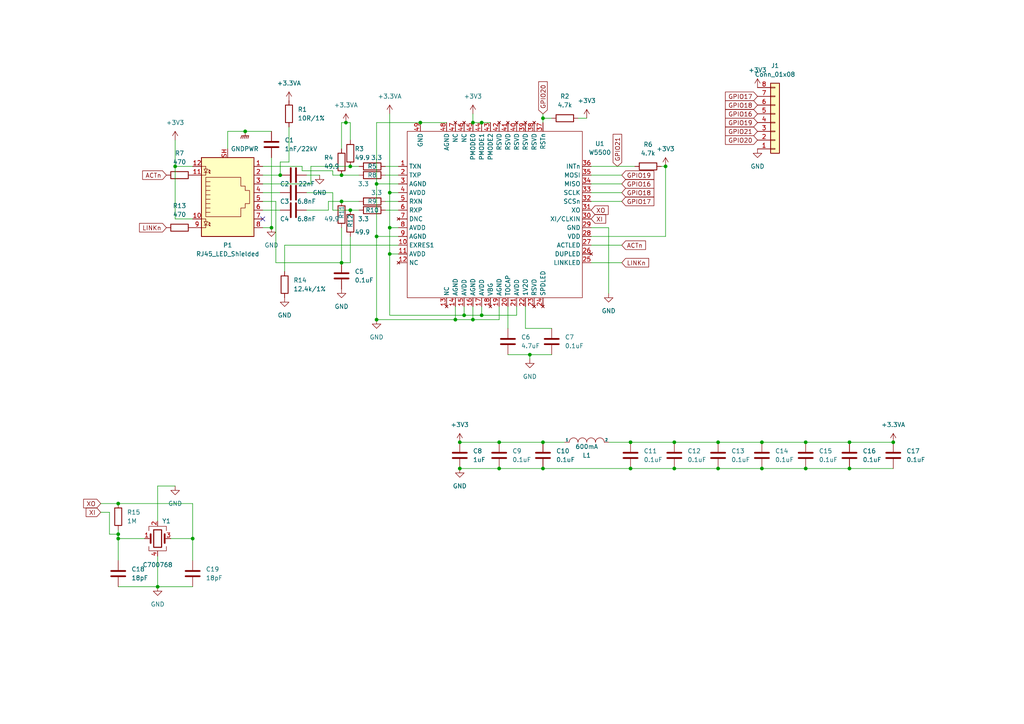
<source format=kicad_sch>
(kicad_sch (version 20211123) (generator eeschema)
  (paper "A4")
  (lib_symbols
    (symbol "01-rickbassham:W5500"
      (property "Reference" "U" (at -39.37 29.21 0))
      (property "Value" "W5500" (at -36.83 31.75 0))
      (symbol "W5500_0_1"
        (rectangle (start -25.4 24.13) (end 25.4 -24.13))
      )
      (symbol "W5500_1_1"
        (pin output line (at -27.94 13.97 0) (length 2.54) (name "TXN") (number "1"))
        (pin output line (at -27.94 -8.89 0) (length 2.54) (name "EXRES1") (number "10"))
        (pin output line (at -27.94 -11.43 0) (length 2.54) (name "AVDD") (number "11"))
        (pin no_connect line (at -27.94 -13.97 0) (length 2.54) (name "NC") (number "12"))
        (pin no_connect line (at -13.97 -26.67 90) (length 2.54) (name "NC") (number "13"))
        (pin output line (at -11.43 -26.67 90) (length 2.54) (name "AGND") (number "14"))
        (pin output line (at -8.89 -26.67 90) (length 2.54) (name "AVDD") (number "15"))
        (pin output line (at -6.35 -26.67 90) (length 2.54) (name "AGND") (number "16"))
        (pin output line (at -3.81 -26.67 90) (length 2.54) (name "AVDD") (number "17"))
        (pin no_connect line (at -1.27 -26.67 90) (length 2.54) (name "VBG") (number "18"))
        (pin output line (at 1.27 -26.67 90) (length 2.54) (name "AGND") (number "19"))
        (pin output line (at -27.94 11.43 0) (length 2.54) (name "TXP") (number "2"))
        (pin output line (at 3.81 -26.67 90) (length 2.54) (name "TOCAP") (number "20"))
        (pin output line (at 6.35 -26.67 90) (length 2.54) (name "AVDD") (number "21"))
        (pin output line (at 8.89 -26.67 90) (length 2.54) (name "1V2O") (number "22"))
        (pin no_connect line (at 11.43 -26.67 90) (length 2.54) (name "RSVD") (number "23"))
        (pin no_connect line (at 13.97 -26.67 90) (length 2.54) (name "SPDLED") (number "24"))
        (pin output line (at 27.94 -13.97 180) (length 2.54) (name "LINKLED") (number "25"))
        (pin no_connect line (at 27.94 -11.43 180) (length 2.54) (name "DUPLED") (number "26"))
        (pin output line (at 27.94 -8.89 180) (length 2.54) (name "ACTLED") (number "27"))
        (pin output line (at 27.94 -6.35 180) (length 2.54) (name "VDD") (number "28"))
        (pin output line (at 27.94 -3.81 180) (length 2.54) (name "GND") (number "29"))
        (pin output line (at -27.94 8.89 0) (length 2.54) (name "AGND") (number "3"))
        (pin output line (at 27.94 -1.27 180) (length 2.54) (name "XI/CLKIN") (number "30"))
        (pin output line (at 27.94 1.27 180) (length 2.54) (name "XO") (number "31"))
        (pin output line (at 27.94 3.81 180) (length 2.54) (name "SCSn") (number "32"))
        (pin output line (at 27.94 6.35 180) (length 2.54) (name "SCLK") (number "33"))
        (pin output line (at 27.94 8.89 180) (length 2.54) (name "MISO") (number "34"))
        (pin output line (at 27.94 11.43 180) (length 2.54) (name "MOSI") (number "35"))
        (pin output line (at 27.94 13.97 180) (length 2.54) (name "INTn") (number "36"))
        (pin output line (at 13.97 26.67 270) (length 2.54) (name "RSTn") (number "37"))
        (pin no_connect line (at 11.43 26.67 270) (length 2.54) (name "RSVD") (number "38"))
        (pin no_connect line (at 8.89 26.67 270) (length 2.54) (name "RSVD") (number "39"))
        (pin output line (at -27.94 6.35 0) (length 2.54) (name "AVDD") (number "4"))
        (pin no_connect line (at 6.35 26.67 270) (length 2.54) (name "RSVD") (number "40"))
        (pin no_connect line (at 3.81 26.67 270) (length 2.54) (name "RSVD") (number "41"))
        (pin no_connect line (at 1.27 26.67 270) (length 2.54) (name "RSVD") (number "42"))
        (pin output line (at -1.27 26.67 270) (length 2.54) (name "PMODE2") (number "43"))
        (pin output line (at -3.81 26.67 270) (length 2.54) (name "PMODE1") (number "44"))
        (pin output line (at -6.35 26.67 270) (length 2.54) (name "PMODE0") (number "45"))
        (pin no_connect line (at -8.89 26.67 270) (length 2.54) (name "NC") (number "46"))
        (pin no_connect line (at -11.43 26.67 270) (length 2.54) (name "NC") (number "47"))
        (pin output line (at -13.97 26.67 270) (length 2.54) (name "AGND") (number "48"))
        (pin output line (at -21.59 26.67 270) (length 2.54) (name "GND") (number "49"))
        (pin output line (at -27.94 3.81 0) (length 2.54) (name "RXN") (number "5"))
        (pin output line (at -27.94 1.27 0) (length 2.54) (name "RXP") (number "6"))
        (pin no_connect line (at -27.94 -1.27 0) (length 2.54) (name "DNC") (number "7"))
        (pin output line (at -27.94 -3.81 0) (length 2.54) (name "AVDD") (number "8"))
        (pin output line (at -27.94 -6.35 0) (length 2.54) (name "AGND") (number "9"))
      )
    )
    (symbol "Connector:RJ45_LED_Shielded" (pin_names (offset 1.016))
      (property "Reference" "J" (at -5.08 13.97 0))
      (property "Value" "RJ45_LED_Shielded" (at 1.27 13.97 0))
      (symbol "RJ45_LED_Shielded_0_1"
        (polyline (pts (xy -7.62 -7.62) (xy -6.35 -7.62)))
        (polyline (pts (xy -7.62 -5.08) (xy -6.35 -5.08)))
        (polyline (pts (xy -7.62 7.62) (xy -6.35 7.62)))
        (polyline (pts (xy -7.62 10.16) (xy -6.35 10.16)))
        (polyline (pts (xy -6.858 -5.842) (xy -5.842 -5.842)))
        (polyline (pts (xy -6.858 9.398) (xy -5.842 9.398)))
        (polyline (pts (xy -6.35 -7.62) (xy -6.35 -6.858)))
        (polyline (pts (xy -6.35 -5.08) (xy -6.35 -5.842)))
        (polyline (pts (xy -6.35 7.62) (xy -6.35 8.382)))
        (polyline (pts (xy -6.35 10.16) (xy -6.35 9.398)))
        (polyline (pts (xy -5.08 -6.223) (xy -5.207 -6.604)))
        (polyline (pts (xy -5.08 -5.588) (xy -5.207 -5.969)))
        (polyline (pts (xy -5.08 4.445) (xy -6.35 4.445)))
        (polyline (pts (xy -5.08 5.715) (xy -6.35 5.715)))
        (polyline (pts (xy -5.08 9.017) (xy -5.207 8.636)))
        (polyline (pts (xy -5.08 9.652) (xy -5.207 9.271)))
        (polyline (pts (xy -6.35 -3.175) (xy -5.08 -3.175) (xy -5.08 -3.175)))
        (polyline (pts (xy -6.35 -1.905) (xy -5.08 -1.905) (xy -5.08 -1.905)))
        (polyline (pts (xy -6.35 -0.635) (xy -5.08 -0.635) (xy -5.08 -0.635)))
        (polyline (pts (xy -6.35 0.635) (xy -5.08 0.635) (xy -5.08 0.635)))
        (polyline (pts (xy -6.35 1.905) (xy -5.08 1.905) (xy -5.08 1.905)))
        (polyline (pts (xy -5.588 -6.731) (xy -5.08 -6.223) (xy -5.461 -6.35)))
        (polyline (pts (xy -5.588 -6.096) (xy -5.08 -5.588) (xy -5.461 -5.715)))
        (polyline (pts (xy -5.588 8.509) (xy -5.08 9.017) (xy -5.461 8.89)))
        (polyline (pts (xy -5.588 9.144) (xy -5.08 9.652) (xy -5.461 9.525)))
        (polyline (pts (xy -5.08 3.175) (xy -6.35 3.175) (xy -6.35 3.175)))
        (polyline (pts (xy -6.35 -5.842) (xy -6.858 -6.858) (xy -5.842 -6.858) (xy -6.35 -5.842)))
        (polyline (pts (xy -6.35 9.398) (xy -6.858 8.382) (xy -5.842 8.382) (xy -6.35 9.398)))
        (polyline (pts (xy -6.35 -4.445) (xy -6.35 6.985) (xy 3.81 6.985) (xy 3.81 4.445) (xy 5.08 4.445) (xy 5.08 3.175) (xy 6.35 3.175) (xy 6.35 -0.635) (xy 5.08 -0.635) (xy 5.08 -1.905) (xy 3.81 -1.905) (xy 3.81 -4.445) (xy -6.35 -4.445) (xy -6.35 -4.445)))
        (rectangle (start 7.62 12.7) (end -7.62 -10.16) (stroke (width 0.254)) (fill (type background)))
      )
      (symbol "RJ45_LED_Shielded_1_1"
        (pin passive line (at 10.16 -7.62 180) (length 2.54) (name "~") (number "1"))
        (pin passive line (at -10.16 7.62 0) (length 2.54) (name "~") (number "10"))
        (pin passive line (at -10.16 -5.08 0) (length 2.54) (name "~") (number "11"))
        (pin passive line (at -10.16 -7.62 0) (length 2.54) (name "~") (number "12"))
        (pin passive line (at 10.16 -5.08 180) (length 2.54) (name "~") (number "2"))
        (pin passive line (at 10.16 -2.54 180) (length 2.54) (name "~") (number "3"))
        (pin passive line (at 10.16 0 180) (length 2.54) (name "~") (number "4"))
        (pin passive line (at 10.16 2.54 180) (length 2.54) (name "~") (number "5"))
        (pin passive line (at 10.16 5.08 180) (length 2.54) (name "~") (number "6"))
        (pin passive line (at 10.16 7.62 180) (length 2.54) (name "~") (number "7"))
        (pin passive line (at 10.16 10.16 180) (length 2.54) (name "~") (number "8"))
        (pin passive line (at -10.16 10.16 0) (length 2.54) (name "~") (number "9"))
        (pin passive line (at 0 -12.7 90) (length 2.54) (name "~") (number "SH"))
      )
    )
    (symbol "Connector_Generic:Conn_01x08" (pin_names (offset 1.016) hide)
      (property "Reference" "J" (at 0 10.16 0))
      (property "Value" "Conn_01x08" (at 0 -12.7 0))
      (symbol "Conn_01x08_1_1"
        (rectangle (start -1.27 -10.033) (end 0 -10.287) (stroke (width 0.1524)))
        (rectangle (start -1.27 -7.493) (end 0 -7.747) (stroke (width 0.1524)))
        (rectangle (start -1.27 -4.953) (end 0 -5.207) (stroke (width 0.1524)))
        (rectangle (start -1.27 -2.413) (end 0 -2.667) (stroke (width 0.1524)))
        (rectangle (start -1.27 0.127) (end 0 -0.127) (stroke (width 0.1524)))
        (rectangle (start -1.27 2.667) (end 0 2.413) (stroke (width 0.1524)))
        (rectangle (start -1.27 5.207) (end 0 4.953) (stroke (width 0.1524)))
        (rectangle (start -1.27 7.747) (end 0 7.493) (stroke (width 0.1524)))
        (rectangle (start -1.27 8.89) (end 1.27 -11.43) (stroke (width 0.254)) (fill (type background)))
        (pin passive line (at -5.08 7.62 0) (length 3.81) (name "Pin_1") (number "1"))
        (pin passive line (at -5.08 5.08 0) (length 3.81) (name "Pin_2") (number "2"))
        (pin passive line (at -5.08 2.54 0) (length 3.81) (name "Pin_3") (number "3"))
        (pin passive line (at -5.08 0 0) (length 3.81) (name "Pin_4") (number "4"))
        (pin passive line (at -5.08 -2.54 0) (length 3.81) (name "Pin_5") (number "5"))
        (pin passive line (at -5.08 -5.08 0) (length 3.81) (name "Pin_6") (number "6"))
        (pin passive line (at -5.08 -7.62 0) (length 3.81) (name "Pin_7") (number "7"))
        (pin passive line (at -5.08 -10.16 0) (length 3.81) (name "Pin_8") (number "8"))
      )
    )
    (symbol "Device:C" (pin_numbers hide) (pin_names (offset 0.254))
      (property "Reference" "C" (at 0.635 2.54 0))
      (property "Value" "C" (at 0.635 -2.54 0))
      (symbol "C_0_1"
        (polyline (pts (xy -2.032 -0.762) (xy 2.032 -0.762)) (stroke (width 0.508)))
        (polyline (pts (xy -2.032 0.762) (xy 2.032 0.762)) (stroke (width 0.508)))
      )
      (symbol "C_1_1"
        (pin passive line (at 0 3.81 270) (length 2.794) (name "~") (number "1"))
        (pin passive line (at 0 -3.81 90) (length 2.794) (name "~") (number "2"))
      )
    )
    (symbol "Device:Crystal_GND24" (pin_names (offset 1.016) hide)
      (property "Reference" "Y" (at 3.175 5.08 0))
      (property "Value" "Crystal_GND24" (at 3.175 3.175 0))
      (symbol "Crystal_GND24_0_1"
        (rectangle (start -1.143 2.54) (end 1.143 -2.54) (stroke (width 0.3048)))
        (polyline (pts (xy -2.54 0) (xy -2.032 0)))
        (polyline (pts (xy -2.032 -1.27) (xy -2.032 1.27)) (stroke (width 0.508)))
        (polyline (pts (xy 0 -3.81) (xy 0 -3.556)))
        (polyline (pts (xy 0 3.556) (xy 0 3.81)))
        (polyline (pts (xy 2.032 -1.27) (xy 2.032 1.27)) (stroke (width 0.508)))
        (polyline (pts (xy 2.032 0) (xy 2.54 0)))
        (polyline (pts (xy -2.54 -2.286) (xy -2.54 -3.556) (xy 2.54 -3.556) (xy 2.54 -2.286)))
        (polyline (pts (xy -2.54 2.286) (xy -2.54 3.556) (xy 2.54 3.556) (xy 2.54 2.286)))
      )
      (symbol "Crystal_GND24_1_1"
        (pin passive line (at -3.81 0 0) (length 1.27) (name "1") (number "1"))
        (pin passive line (at 0 5.08 270) (length 1.27) (name "2") (number "2"))
        (pin passive line (at 3.81 0 180) (length 1.27) (name "3") (number "3"))
        (pin passive line (at 0 -5.08 90) (length 1.27) (name "4") (number "4"))
      )
    )
    (symbol "Device:R" (pin_numbers hide) (pin_names (offset 0))
      (property "Reference" "R" (at 2.032 0 90))
      (property "Value" "R" (at 0 0 90))
      (symbol "R_0_1"
        (rectangle (start -1.016 -2.54) (end 1.016 2.54) (stroke (width 0.254)))
      )
      (symbol "R_1_1"
        (pin passive line (at 0 3.81 270) (length 1.27) (name "~") (number "1"))
        (pin passive line (at 0 -3.81 90) (length 1.27) (name "~") (number "2"))
      )
    )
    (symbol "power:+3.3V" (power) (pin_names (offset 0))
      (property "Value" "+3.3V" (at 0 3.556 0))
      (symbol "+3.3V_0_1"
        (polyline (pts (xy -0.762 1.27) (xy 0 2.54)))
        (polyline (pts (xy 0 0) (xy 0 2.54)))
        (polyline (pts (xy 0 2.54) (xy 0.762 1.27)))
      )
      (symbol "+3.3V_1_1"
        (pin power_in line (at 0 0 90) (length 0) hide (name "+3V3") (number "1"))
      )
    )
    (symbol "power:+3.3VA" (power) (pin_names (offset 0))
      (property "Value" "+3.3VA" (at 0 3.556 0))
      (symbol "+3.3VA_0_1"
        (polyline (pts (xy -0.762 1.27) (xy 0 2.54)))
        (polyline (pts (xy 0 0) (xy 0 2.54)))
        (polyline (pts (xy 0 2.54) (xy 0.762 1.27)))
      )
      (symbol "+3.3VA_1_1"
        (pin power_in line (at 0 0 90) (length 0) hide (name "+3.3VA") (number "1"))
      )
    )
    (symbol "power:GND" (power) (pin_names (offset 0))
      (property "Value" "GND" (at 0 -3.81 0))
      (symbol "GND_0_1"
        (polyline (pts (xy 0 0) (xy 0 -1.27) (xy 1.27 -1.27) (xy 0 -2.54) (xy -1.27 -1.27) (xy 0 -1.27)))
      )
      (symbol "GND_1_1"
        (pin power_in line (at 0 0 270) (length 0) hide (name "GND") (number "1"))
      )
    )
    (symbol "power:GNDPWR" (power) (pin_names (offset 0))
      (property "Value" "GNDPWR" (at 0 -3.302 0))
      (symbol "GNDPWR_0_1"
        (polyline (pts (xy 0 -1.27) (xy 0 0)))
        (polyline (pts (xy -1.016 -1.27) (xy -1.27 -2.032) (xy -1.27 -2.032)) (stroke (width 0.2032)))
        (polyline (pts (xy -0.508 -1.27) (xy -0.762 -2.032) (xy -0.762 -2.032)) (stroke (width 0.2032)))
        (polyline (pts (xy 0 -1.27) (xy -0.254 -2.032) (xy -0.254 -2.032)) (stroke (width 0.2032)))
        (polyline (pts (xy 0.508 -1.27) (xy 0.254 -2.032) (xy 0.254 -2.032)) (stroke (width 0.2032)))
        (polyline (pts (xy 1.016 -1.27) (xy -1.016 -1.27) (xy -1.016 -1.27)) (stroke (width 0.2032)))
        (polyline (pts (xy 1.016 -1.27) (xy 0.762 -2.032) (xy 0.762 -2.032) (xy 0.762 -2.032)) (stroke (width 0.2032)))
      )
      (symbol "GNDPWR_1_1"
        (pin power_in line (at 0 0 270) (length 0) hide (name "GNDPWR") (number "1"))
      )
    )
    (symbol "pspice:INDUCTOR" (pin_numbers hide) (pin_names (offset 0))
      (property "Reference" "L" (at 0 2.54 0))
      (property "Value" "INDUCTOR" (at 0 -1.27 0))
      (symbol "INDUCTOR_0_1"
        (arc (start -2.54 0) (mid -3.81 1.27) (end -5.08 0))
        (arc (start 0 0) (mid -1.27 1.27) (end -2.54 0))
        (arc (start 2.54 0) (mid 1.27 1.27) (end 0 0))
        (arc (start 5.08 0) (mid 3.81 1.27) (end 2.54 0))
      )
      (symbol "INDUCTOR_1_1"
        (pin input line (at -6.35 0 0) (length 1.27) (name "1") (number "1"))
        (pin input line (at 6.35 0 180) (length 1.27) (name "2") (number "2"))
      )
    )
  )
  (junction (at 233.68 128.27))
  (junction (at 157.48 128.27))
  (junction (at 259.08 128.27))
  (junction (at 193.04 48.26))
  (junction (at 34.29 146.05))
  (junction (at 71.12 38.1))
  (junction (at 113.03 73.66))
  (junction (at 34.29 154.94))
  (junction (at 132.08 92.71))
  (junction (at 99.06 76.2))
  (junction (at 157.48 34.29))
  (junction (at 34.29 156.21))
  (junction (at 220.98 128.27))
  (junction (at 109.22 53.34))
  (junction (at 144.78 135.89))
  (junction (at 101.6 48.26))
  (junction (at 133.35 135.89))
  (junction (at 137.16 92.71))
  (junction (at 144.78 128.27))
  (junction (at 139.7 91.44))
  (junction (at 182.88 135.89))
  (junction (at 137.16 35.56))
  (junction (at 182.88 128.27))
  (junction (at 153.67 102.87))
  (junction (at 109.22 68.58))
  (junction (at 113.03 55.88))
  (junction (at 246.38 128.27))
  (junction (at 133.35 128.27))
  (junction (at 55.88 156.21))
  (junction (at 208.28 128.27))
  (junction (at 195.58 135.89))
  (junction (at 99.06 58.42))
  (junction (at 220.98 135.89))
  (junction (at 99.06 50.8))
  (junction (at 157.48 135.89))
  (junction (at 246.38 135.89))
  (junction (at 139.7 35.56))
  (junction (at 100.33 35.56))
  (junction (at 208.28 135.89))
  (junction (at 113.03 66.04))
  (junction (at 134.62 91.44))
  (junction (at 45.72 170.18))
  (junction (at 50.8 48.26))
  (junction (at 78.74 66.04))
  (junction (at 195.58 128.27))
  (junction (at 101.6 60.96))
  (junction (at 81.28 50.8))
  (junction (at 109.22 92.71))
  (junction (at 233.68 135.89))
  (junction (at 121.92 35.56))
  (no_connect (at 76.2 63.5))
  (wire (pts (xy 99.06 66.04) (xy 99.06 76.2)))
  (wire (pts (xy 170.18 34.29) (xy 167.64 34.29)))
  (wire (pts (xy 55.88 146.05) (xy 55.88 156.21)))
  (wire (pts (xy 109.22 35.56) (xy 109.22 53.34)))
  (wire (pts (xy 78.74 45.72) (xy 78.74 66.04)))
  (wire (pts (xy 50.8 48.26) (xy 55.88 48.26)))
  (wire (pts (xy 99.06 58.42) (xy 104.14 58.42)))
  (wire (pts (xy 144.78 128.27) (xy 157.48 128.27)))
  (wire (pts (xy 101.6 40.64) (xy 101.6 35.56)))
  (wire (pts (xy 80.01 76.2) (xy 99.06 76.2)))
  (wire (pts (xy 95.25 60.96) (xy 95.25 58.42)))
  (wire (pts (xy 87.63 49.53) (xy 96.52 49.53)))
  (wire (pts (xy 109.22 68.58) (xy 115.57 68.58)))
  (wire (pts (xy 29.21 148.59) (xy 31.75 148.59)))
  (wire (pts (xy 246.38 135.89) (xy 259.08 135.89)))
  (wire (pts (xy 171.45 53.34) (xy 180.34 53.34)))
  (wire (pts (xy 88.9 55.88) (xy 96.52 55.88)))
  (wire (pts (xy 113.03 33.02) (xy 113.03 55.88)))
  (wire (pts (xy 101.6 35.56) (xy 100.33 35.56)))
  (wire (pts (xy 176.53 66.04) (xy 176.53 85.09)))
  (wire (pts (xy 76.2 48.26) (xy 87.63 48.26)))
  (wire (pts (xy 109.22 53.34) (xy 115.57 53.34)))
  (wire (pts (xy 34.29 153.67) (xy 34.29 154.94)))
  (wire (pts (xy 113.03 91.44) (xy 134.62 91.44)))
  (wire (pts (xy 113.03 55.88) (xy 115.57 55.88)))
  (wire (pts (xy 31.75 148.59) (xy 31.75 154.94)))
  (wire (pts (xy 233.68 135.89) (xy 246.38 135.89)))
  (wire (pts (xy 157.48 33.02) (xy 157.48 34.29)))
  (wire (pts (xy 45.72 161.29) (xy 45.72 170.18)))
  (wire (pts (xy 55.88 156.21) (xy 55.88 162.56)))
  (wire (pts (xy 88.9 50.8) (xy 92.71 50.8)))
  (wire (pts (xy 171.45 76.2) (xy 180.34 76.2)))
  (wire (pts (xy 31.75 154.94) (xy 34.29 154.94)))
  (wire (pts (xy 55.88 146.05) (xy 34.29 146.05)))
  (wire (pts (xy 182.88 128.27) (xy 195.58 128.27)))
  (wire (pts (xy 115.57 66.04) (xy 113.03 66.04)))
  (wire (pts (xy 99.06 35.56) (xy 100.33 35.56)))
  (wire (pts (xy 49.53 156.21) (xy 55.88 156.21)))
  (wire (pts (xy 208.28 135.89) (xy 220.98 135.89)))
  (wire (pts (xy 121.92 35.56) (xy 129.54 35.56)))
  (wire (pts (xy 109.22 53.34) (xy 109.22 68.58)))
  (wire (pts (xy 233.68 128.27) (xy 246.38 128.27)))
  (wire (pts (xy 149.86 88.9) (xy 149.86 91.44)))
  (wire (pts (xy 66.04 38.1) (xy 66.04 43.18)))
  (wire (pts (xy 111.76 50.8) (xy 115.57 50.8)))
  (wire (pts (xy 132.08 88.9) (xy 132.08 92.71)))
  (wire (pts (xy 76.2 55.88) (xy 81.28 55.88)))
  (wire (pts (xy 99.06 50.8) (xy 104.14 50.8)))
  (wire (pts (xy 113.03 73.66) (xy 115.57 73.66)))
  (wire (pts (xy 81.28 46.99) (xy 81.28 50.8)))
  (wire (pts (xy 99.06 43.18) (xy 99.06 35.56)))
  (wire (pts (xy 157.48 135.89) (xy 182.88 135.89)))
  (wire (pts (xy 34.29 156.21) (xy 34.29 162.56)))
  (wire (pts (xy 153.67 104.14) (xy 153.67 102.87)))
  (wire (pts (xy 76.2 53.34) (xy 90.17 53.34)))
  (wire (pts (xy 171.45 48.26) (xy 184.15 48.26)))
  (wire (pts (xy 147.32 102.87) (xy 153.67 102.87)))
  (wire (pts (xy 34.29 170.18) (xy 45.72 170.18)))
  (wire (pts (xy 171.45 68.58) (xy 193.04 68.58)))
  (wire (pts (xy 113.03 73.66) (xy 113.03 66.04)))
  (wire (pts (xy 134.62 88.9) (xy 134.62 91.44)))
  (wire (pts (xy 101.6 68.58) (xy 101.6 76.2)))
  (wire (pts (xy 45.72 170.18) (xy 55.88 170.18)))
  (wire (pts (xy 171.45 58.42) (xy 180.34 58.42)))
  (wire (pts (xy 83.82 46.99) (xy 81.28 46.99)))
  (wire (pts (xy 152.4 95.25) (xy 160.02 95.25)))
  (wire (pts (xy 157.48 34.29) (xy 157.48 35.56)))
  (wire (pts (xy 82.55 78.74) (xy 82.55 71.12)))
  (wire (pts (xy 111.76 48.26) (xy 115.57 48.26)))
  (wire (pts (xy 180.34 71.12) (xy 171.45 71.12)))
  (wire (pts (xy 90.17 48.26) (xy 101.6 48.26)))
  (wire (pts (xy 137.16 33.02) (xy 137.16 35.56)))
  (wire (pts (xy 160.02 34.29) (xy 157.48 34.29)))
  (wire (pts (xy 149.86 91.44) (xy 139.7 91.44)))
  (wire (pts (xy 137.16 88.9) (xy 137.16 92.71)))
  (wire (pts (xy 76.2 58.42) (xy 80.01 58.42)))
  (wire (pts (xy 176.53 128.27) (xy 182.88 128.27)))
  (wire (pts (xy 191.77 48.26) (xy 193.04 48.26)))
  (wire (pts (xy 171.45 55.88) (xy 180.34 55.88)))
  (wire (pts (xy 113.03 66.04) (xy 113.03 55.88)))
  (wire (pts (xy 96.52 50.8) (xy 99.06 50.8)))
  (wire (pts (xy 152.4 88.9) (xy 152.4 95.25)))
  (wire (pts (xy 101.6 76.2) (xy 99.06 76.2)))
  (wire (pts (xy 29.21 146.05) (xy 34.29 146.05)))
  (wire (pts (xy 96.52 49.53) (xy 96.52 50.8)))
  (wire (pts (xy 220.98 135.89) (xy 233.68 135.89)))
  (wire (pts (xy 139.7 35.56) (xy 142.24 35.56)))
  (wire (pts (xy 90.17 53.34) (xy 90.17 48.26)))
  (wire (pts (xy 193.04 68.58) (xy 193.04 48.26)))
  (wire (pts (xy 246.38 128.27) (xy 259.08 128.27)))
  (wire (pts (xy 82.55 71.12) (xy 115.57 71.12)))
  (wire (pts (xy 195.58 135.89) (xy 208.28 135.89)))
  (wire (pts (xy 76.2 60.96) (xy 81.28 60.96)))
  (wire (pts (xy 144.78 88.9) (xy 144.78 92.71)))
  (wire (pts (xy 55.88 63.5) (xy 50.8 63.5)))
  (wire (pts (xy 71.12 38.1) (xy 66.04 38.1)))
  (wire (pts (xy 133.35 135.89) (xy 144.78 135.89)))
  (wire (pts (xy 88.9 60.96) (xy 95.25 60.96)))
  (wire (pts (xy 101.6 48.26) (xy 104.14 48.26)))
  (wire (pts (xy 144.78 135.89) (xy 157.48 135.89)))
  (wire (pts (xy 171.45 66.04) (xy 176.53 66.04)))
  (wire (pts (xy 147.32 88.9) (xy 147.32 95.25)))
  (wire (pts (xy 182.88 135.89) (xy 195.58 135.89)))
  (wire (pts (xy 76.2 50.8) (xy 81.28 50.8)))
  (wire (pts (xy 80.01 58.42) (xy 80.01 76.2)))
  (wire (pts (xy 195.58 128.27) (xy 208.28 128.27)))
  (wire (pts (xy 45.72 151.13) (xy 45.72 140.97)))
  (wire (pts (xy 132.08 92.71) (xy 137.16 92.71)))
  (wire (pts (xy 121.92 35.56) (xy 109.22 35.56)))
  (wire (pts (xy 101.6 60.96) (xy 104.14 60.96)))
  (wire (pts (xy 208.28 128.27) (xy 220.98 128.27)))
  (wire (pts (xy 95.25 58.42) (xy 99.06 58.42)))
  (wire (pts (xy 41.91 156.21) (xy 34.29 156.21)))
  (wire (pts (xy 144.78 92.71) (xy 137.16 92.71)))
  (wire (pts (xy 109.22 68.58) (xy 109.22 92.71)))
  (wire (pts (xy 96.52 55.88) (xy 96.52 60.96)))
  (wire (pts (xy 111.76 58.42) (xy 115.57 58.42)))
  (wire (pts (xy 78.74 66.04) (xy 76.2 66.04)))
  (wire (pts (xy 113.03 91.44) (xy 113.03 73.66)))
  (wire (pts (xy 34.29 154.94) (xy 34.29 156.21)))
  (wire (pts (xy 109.22 92.71) (xy 132.08 92.71)))
  (wire (pts (xy 87.63 48.26) (xy 87.63 49.53)))
  (wire (pts (xy 153.67 102.87) (xy 160.02 102.87)))
  (wire (pts (xy 83.82 36.83) (xy 83.82 46.99)))
  (wire (pts (xy 133.35 128.27) (xy 144.78 128.27)))
  (wire (pts (xy 111.76 60.96) (xy 115.57 60.96)))
  (wire (pts (xy 157.48 128.27) (xy 163.83 128.27)))
  (wire (pts (xy 50.8 40.64) (xy 50.8 48.26)))
  (wire (pts (xy 220.98 128.27) (xy 233.68 128.27)))
  (wire (pts (xy 139.7 88.9) (xy 139.7 91.44)))
  (wire (pts (xy 45.72 140.97) (xy 50.8 140.97)))
  (wire (pts (xy 134.62 91.44) (xy 139.7 91.44)))
  (wire (pts (xy 96.52 60.96) (xy 101.6 60.96)))
  (wire (pts (xy 180.34 50.8) (xy 171.45 50.8)))
  (wire (pts (xy 137.16 35.56) (xy 139.7 35.56)))
  (wire (pts (xy 71.12 38.1) (xy 78.74 38.1)))
  (wire (pts (xy 50.8 48.26) (xy 50.8 63.5)))
  (global_label "GPIO20" (shape input) (at 219.71 40.64 180) (property "Intersheet References" "${INTERSHEET_REFS}" (effects hide)))
  (global_label "ACTn" (shape input) (at 48.26 50.8 180) (property "Intersheet References" "${INTERSHEET_REFS}" (effects hide)))
  (global_label "GPIO17" (shape input) (at 180.34 58.42 0) (property "Intersheet References" "${INTERSHEET_REFS}" (effects hide)))
  (global_label "GPIO19" (shape input) (at 180.34 50.8 0) (property "Intersheet References" "${INTERSHEET_REFS}" (effects hide)))
  (global_label "GPIO21" (shape input) (at 219.71 38.1 180) (property "Intersheet References" "${INTERSHEET_REFS}" (effects hide)))
  (global_label "GPIO18" (shape input) (at 219.71 30.48 180) (property "Intersheet References" "${INTERSHEET_REFS}" (effects hide)))
  (global_label "LINKn" (shape input) (at 180.34 76.2 0) (property "Intersheet References" "${INTERSHEET_REFS}" (effects hide)))
  (global_label "GPIO16" (shape input) (at 219.71 33.02 180) (property "Intersheet References" "${INTERSHEET_REFS}" (effects hide)))
  (global_label "GPIO16" (shape input) (at 180.34 53.34 0) (property "Intersheet References" "${INTERSHEET_REFS}" (effects hide)))
  (global_label "GPIO21" (shape input) (at 179.07 48.26 90) (property "Intersheet References" "${INTERSHEET_REFS}" (effects hide)))
  (global_label "GPIO17" (shape input) (at 219.71 27.94 180) (property "Intersheet References" "${INTERSHEET_REFS}" (effects hide)))
  (global_label "GPIO19" (shape input) (at 219.71 35.56 180) (property "Intersheet References" "${INTERSHEET_REFS}" (effects hide)))
  (global_label "XO" (shape input) (at 171.45 60.96 0) (property "Intersheet References" "${INTERSHEET_REFS}" (effects hide)))
  (global_label "XI" (shape input) (at 171.45 63.5 0) (property "Intersheet References" "${INTERSHEET_REFS}" (effects hide)))
  (global_label "GPIO18" (shape input) (at 180.34 55.88 0) (property "Intersheet References" "${INTERSHEET_REFS}" (effects hide)))
  (global_label "GPIO20" (shape input) (at 157.48 33.02 90) (property "Intersheet References" "${INTERSHEET_REFS}" (effects hide)))
  (global_label "LINKn" (shape input) (at 48.26 66.04 180) (property "Intersheet References" "${INTERSHEET_REFS}" (effects hide)))
  (global_label "ACTn" (shape input) (at 180.34 71.12 0) (property "Intersheet References" "${INTERSHEET_REFS}" (effects hide)))
  (global_label "XI" (shape input) (at 29.21 148.59 180) (property "Intersheet References" "${INTERSHEET_REFS}" (effects hide)))
  (global_label "XO" (shape input) (at 29.21 146.05 180) (property "Intersheet References" "${INTERSHEET_REFS}" (effects hide)))
  (symbol (lib_id "Device:C") (at 147.32 99.06 0) (unit 1)
    (property "Reference" "C6" (at 151.13 97.7899 0) (effects (justify left)))
    (property "Value" "4.7uF" (at 151.13 100.3299 0) (effects (justify left)))
    (property "Footprint" "Capacitor_SMD:C_0402_1005Metric" (effects hide))
    (property "LCSC" "C23733" (effects hide))
  )
  (symbol (lib_id "Device:C") (at 157.48 132.08 0) (unit 1)
    (property "Reference" "C10" (at 161.29 130.8099 0) (effects (justify left)))
    (property "Value" "0.1uF" (at 161.29 133.3499 0) (effects (justify left)))
    (property "Footprint" "Capacitor_SMD:C_0402_1005Metric" (effects hide))
    (property "LCSC" "C1525" (effects hide))
  )
  (symbol (lib_id "Device:R") (at 83.82 33.02 180) (unit 1)
    (property "Reference" "R1" (at 86.36 31.7499 0) (effects (justify right)))
    (property "Value" "10R/1%" (at 86.36 34.2899 0) (effects (justify right)))
    (property "Footprint" "Resistor_SMD:R_0402_1005Metric" (effects hide))
    (property "LCSC" "C25077" (effects hide))
  )
  (symbol (lib_id "Device:R") (at 99.06 62.23 180) (unit 1)
    (property "Reference" "R11" (at 99.06 63.5 90) (effects (justify right)))
    (property "Value" "49.9" (at 93.98 63.5 0) (effects (justify right)))
    (property "Footprint" "Resistor_SMD:R_0402_1005Metric" (effects hide))
    (property "LCSC" "C25120" (effects hide))
  )
  (symbol (lib_id "Device:Crystal_GND24") (at 45.72 156.21 0) (unit 1)
    (property "Reference" "Y1" (at 48.26 151.13 0))
    (property "Value" "C700768" (at 45.72 163.83 0))
    (property "Footprint" "Crystal:Crystal_SMD_3225-4Pin_3.2x2.5mm" (effects hide))
    (property "LCSC" "C700768" (effects hide))
  )
  (symbol (lib_id "Device:C") (at 85.09 60.96 90) (unit 1)
    (property "Reference" "C4" (at 82.55 63.5 90))
    (property "Value" "6.8nF" (at 88.9 63.5 90))
    (property "Footprint" "Capacitor_SMD:C_0402_1005Metric" (effects hide))
    (property "LCSC" "C1542" (effects hide))
  )
  (symbol (lib_id "power:+3.3V") (at 170.18 34.29 0) (unit 1)
    (property "Reference" "#PWR0112" (effects hide))
    (property "Value" "+3.3V" (at 170.18 29.21 0))
  )
  (symbol (lib_id "power:+3.3VA") (at 100.33 35.56 0) (unit 1)
    (property "Reference" "#PWR0107" (effects hide))
    (property "Value" "+3.3VA" (at 100.33 30.48 0))
  )
  (symbol (lib_id "Connector_Generic:Conn_01x08") (at 224.79 35.56 0) (mirror x) (unit 1)
    (property "Reference" "J1" (at 224.79 19.05 0))
    (property "Value" "Conn_01x08" (at 224.79 21.59 0))
    (property "Footprint" "Connector_PinHeader_2.54mm:PinHeader_1x08_P2.54mm_Vertical" (effects hide))
  )
  (symbol (lib_id "power:GND") (at 50.8 140.97 0) (unit 1)
    (property "Reference" "#PWR0110" (effects hide))
    (property "Value" "GND" (at 50.8 146.05 0))
  )
  (symbol (lib_id "01-rickbassham:W5500") (at 143.51 62.23 0) (unit 1)
    (property "Reference" "U1" (at 173.99 41.6812 0))
    (property "Value" "W5500" (at 173.99 44.2212 0))
    (property "Footprint" "Package_QFP:LQFP-48-1EP_7x7mm_P0.5mm_EP3.6x3.6mm" (effects hide))
    (property "LCSC" "C32843" (effects hide))
  )
  (symbol (lib_id "Device:C") (at 55.88 166.37 0) (unit 1)
    (property "Reference" "C19" (at 59.69 165.0999 0) (effects (justify left)))
    (property "Value" "18pF" (at 59.69 167.6399 0) (effects (justify left)))
    (property "Footprint" "Capacitor_SMD:C_0402_1005Metric" (effects hide))
    (property "LCSC" "C1549" (effects hide))
  )
  (symbol (lib_id "Device:R") (at 82.55 82.55 180) (unit 1)
    (property "Reference" "R14" (at 85.09 81.2799 0) (effects (justify right)))
    (property "Value" "12.4k/1%" (at 85.09 83.8199 0) (effects (justify right)))
    (property "Footprint" "Resistor_SMD:R_0402_1005Metric" (effects hide))
    (property "LCSC" "C11692" (effects hide))
    (property "lcsc" "C11692" (effects hide))
  )
  (symbol (lib_id "Device:R") (at 101.6 44.45 180) (unit 1)
    (property "Reference" "R3" (at 102.87 43.18 0) (effects (justify right)))
    (property "Value" "49.9" (at 102.87 45.72 0) (effects (justify right)))
    (property "Footprint" "Resistor_SMD:R_0402_1005Metric" (effects hide))
    (property "LCSC" "C25120" (effects hide))
  )
  (symbol (lib_id "Device:R") (at 107.95 48.26 90) (unit 1)
    (property "Reference" "R5" (at 107.95 48.26 90))
    (property "Value" "3.3" (at 109.22 45.72 90))
    (property "Footprint" "Resistor_SMD:R_0402_1005Metric" (effects hide))
    (property "LCSC" "C270612" (effects hide))
    (property "lcsc" "C270612" (effects hide))
  )
  (symbol (lib_id "power:+3.3V") (at 50.8 40.64 0) (unit 1)
    (property "Reference" "#PWR0101" (effects hide))
    (property "Value" "+3.3V" (at 50.8 35.56 0))
  )
  (symbol (lib_id "power:GND") (at 99.06 83.82 0) (unit 1)
    (property "Reference" "#PWR0105" (effects hide))
    (property "Value" "GND" (at 99.06 88.9 0))
  )
  (symbol (lib_id "Device:C") (at 85.09 55.88 90) (unit 1)
    (property "Reference" "C3" (at 82.55 58.42 90))
    (property "Value" "6.8nF" (at 88.9 58.42 90))
    (property "Footprint" "Capacitor_SMD:C_0402_1005Metric" (effects hide))
    (property "LCSC" "C1542" (effects hide))
  )
  (symbol (lib_id "Device:C") (at 182.88 132.08 0) (unit 1)
    (property "Reference" "C11" (at 186.69 130.8099 0) (effects (justify left)))
    (property "Value" "0.1uF" (at 186.69 133.3499 0) (effects (justify left)))
    (property "Footprint" "Capacitor_SMD:C_0402_1005Metric" (effects hide))
    (property "LCSC" "C1525" (effects hide))
  )
  (symbol (lib_id "Device:R") (at 34.29 149.86 180) (unit 1)
    (property "Reference" "R15" (at 36.83 148.5899 0) (effects (justify right)))
    (property "Value" "1M" (at 36.83 151.1299 0) (effects (justify right)))
    (property "Footprint" "Resistor_SMD:R_0402_1005Metric" (effects hide))
    (property "LCSC" "C26083" (effects hide))
  )
  (symbol (lib_id "Device:C") (at 99.06 80.01 0) (unit 1)
    (property "Reference" "C5" (at 102.87 78.7399 0) (effects (justify left)))
    (property "Value" "0.1uF" (at 102.87 81.2799 0) (effects (justify left)))
    (property "Footprint" "Capacitor_SMD:C_0402_1005Metric" (effects hide))
    (property "LCSC" "C1525" (effects hide))
  )
  (symbol (lib_id "Device:R") (at 107.95 60.96 90) (unit 1)
    (property "Reference" "R10" (at 107.95 60.96 90))
    (property "Value" "3.3" (at 105.41 63.5 90))
    (property "Footprint" "Resistor_SMD:R_0402_1005Metric" (effects hide))
    (property "LCSC" "C270612" (effects hide))
    (property "lcsc" "C270612" (effects hide))
  )
  (symbol (lib_id "Device:R") (at 107.95 50.8 90) (unit 1)
    (property "Reference" "R8" (at 107.95 50.8 90))
    (property "Value" "3.3" (at 105.41 53.34 90))
    (property "Footprint" "Resistor_SMD:R_0402_1005Metric" (effects hide))
    (property "LCSC" "C270612" (effects hide))
    (property "lcsc" "C270612" (effects hide))
  )
  (symbol (lib_id "Device:R") (at 52.07 50.8 90) (unit 1)
    (property "Reference" "R7" (at 52.07 44.45 90))
    (property "Value" "470" (at 52.07 46.99 90))
    (property "Footprint" "Resistor_SMD:R_0402_1005Metric" (effects hide))
    (property "LCSC" "C25117" (effects hide))
  )
  (symbol (lib_id "Device:R") (at 101.6 64.77 180) (unit 1)
    (property "Reference" "R12" (at 101.6 66.04 90) (effects (justify right)))
    (property "Value" "49.9" (at 102.87 67.31 0) (effects (justify right)))
    (property "Footprint" "Resistor_SMD:R_0402_1005Metric" (effects hide))
    (property "LCSC" "C25120" (effects hide))
  )
  (symbol (lib_id "Device:R") (at 163.83 34.29 270) (unit 1)
    (property "Reference" "R2" (at 163.83 27.94 90))
    (property "Value" "4.7k" (at 163.83 30.48 90))
    (property "Footprint" "Resistor_SMD:R_0402_1005Metric" (effects hide))
    (property "LCSC" "C25900" (effects hide))
  )
  (symbol (lib_id "power:GND") (at 219.71 43.18 0) (unit 1)
    (property "Reference" "#PWR0115" (effects hide))
    (property "Value" "GND" (at 219.71 48.26 0))
  )
  (symbol (lib_id "power:+3.3V") (at 219.71 25.4 0) (unit 1)
    (property "Reference" "#PWR0116" (effects hide))
    (property "Value" "+3.3V" (at 219.71 20.32 0))
  )
  (symbol (lib_id "power:+3.3V") (at 137.16 33.02 0) (unit 1)
    (property "Reference" "#PWR0113" (effects hide))
    (property "Value" "+3.3V" (at 137.16 27.94 0))
  )
  (symbol (lib_id "Device:C") (at 233.68 132.08 0) (unit 1)
    (property "Reference" "C15" (at 237.49 130.8099 0) (effects (justify left)))
    (property "Value" "0.1uF" (at 237.49 133.3499 0) (effects (justify left)))
    (property "Footprint" "Capacitor_SMD:C_0402_1005Metric" (effects hide))
    (property "LCSC" "C1525" (effects hide))
  )
  (symbol (lib_id "power:GND") (at 109.22 92.71 0) (unit 1)
    (property "Reference" "#PWR0118" (effects hide))
    (property "Value" "GND" (at 109.22 97.79 0))
  )
  (symbol (lib_id "Device:C") (at 78.74 41.91 0) (unit 1)
    (property "Reference" "C1" (at 82.55 40.6399 0) (effects (justify left)))
    (property "Value" "1nF/22kV" (at 82.55 43.1799 0) (effects (justify left)))
    (property "Footprint" "Capacitor_SMD:C_1812_4532Metric" (effects hide))
    (property "LCSC" "C304032" (effects hide))
  )
  (symbol (lib_id "power:GND") (at 133.35 135.89 0) (unit 1)
    (property "Reference" "#PWR0122" (effects hide))
    (property "Value" "GND" (at 133.35 140.97 0))
  )
  (symbol (lib_id "power:GND") (at 82.55 86.36 0) (unit 1)
    (property "Reference" "#PWR0104" (effects hide))
    (property "Value" "GND" (at 82.55 91.44 0))
  )
  (symbol (lib_id "Device:R") (at 107.95 58.42 90) (unit 1)
    (property "Reference" "R9" (at 107.95 58.42 90))
    (property "Value" "3.3" (at 109.22 55.88 90))
    (property "Footprint" "Resistor_SMD:R_0402_1005Metric" (effects hide))
    (property "LCSC" "C270612" (effects hide))
    (property "lcsc" "C270612" (effects hide))
  )
  (symbol (lib_id "power:+3.3VA") (at 259.08 128.27 0) (unit 1)
    (property "Reference" "#PWR0119" (effects hide))
    (property "Value" "+3.3VA" (at 259.08 123.19 0))
  )
  (symbol (lib_id "power:+3.3VA") (at 83.82 29.21 0) (unit 1)
    (property "Reference" "#PWR0108" (effects hide))
    (property "Value" "+3.3VA" (at 83.82 24.13 0))
  )
  (symbol (lib_id "Device:R") (at 99.06 46.99 180) (unit 1)
    (property "Reference" "R4" (at 93.98 45.72 0) (effects (justify right)))
    (property "Value" "49.9" (at 93.98 48.26 0) (effects (justify right)))
    (property "Footprint" "Resistor_SMD:R_0402_1005Metric" (effects hide))
    (property "LCSC" "C25120" (effects hide))
  )
  (symbol (lib_id "power:GND") (at 176.53 85.09 0) (unit 1)
    (property "Reference" "#PWR0117" (effects hide))
    (property "Value" "GND" (at 176.53 90.17 0))
  )
  (symbol (lib_id "Device:C") (at 220.98 132.08 0) (unit 1)
    (property "Reference" "C14" (at 224.79 130.8099 0) (effects (justify left)))
    (property "Value" "0.1uF" (at 224.79 133.3499 0) (effects (justify left)))
    (property "Footprint" "Capacitor_SMD:C_0402_1005Metric" (effects hide))
    (property "LCSC" "C1525" (effects hide))
  )
  (symbol (lib_id "Device:C") (at 208.28 132.08 0) (unit 1)
    (property "Reference" "C13" (at 212.09 130.8099 0) (effects (justify left)))
    (property "Value" "0.1uF" (at 212.09 133.3499 0) (effects (justify left)))
    (property "Footprint" "Capacitor_SMD:C_0402_1005Metric" (effects hide))
    (property "LCSC" "C1525" (effects hide))
  )
  (symbol (lib_id "Device:C") (at 160.02 99.06 0) (unit 1)
    (property "Reference" "C7" (at 163.83 97.7899 0) (effects (justify left)))
    (property "Value" "0.1uF" (at 163.83 100.3299 0) (effects (justify left)))
    (property "Footprint" "Capacitor_SMD:C_0402_1005Metric" (effects hide))
    (property "LCSC" "C1525" (effects hide))
  )
  (symbol (lib_id "power:GND") (at 153.67 104.14 0) (unit 1)
    (property "Reference" "#PWR0120" (effects hide))
    (property "Value" "GND" (at 153.67 109.22 0))
  )
  (symbol (lib_id "Device:C") (at 133.35 132.08 0) (unit 1)
    (property "Reference" "C8" (at 137.16 130.8099 0) (effects (justify left)))
    (property "Value" "1uF" (at 137.16 133.3499 0) (effects (justify left)))
    (property "Footprint" "Capacitor_SMD:C_0402_1005Metric" (effects hide))
    (property "LCSC" "C52923" (effects hide))
  )
  (symbol (lib_id "Device:C") (at 85.09 50.8 90) (unit 1)
    (property "Reference" "C2" (at 82.55 53.34 90))
    (property "Value" "22nF" (at 88.9 53.34 90))
    (property "Footprint" "Capacitor_SMD:C_0402_1005Metric" (effects hide))
    (property "LCSC" "C1532" (effects hide))
  )
  (symbol (lib_id "Connector:RJ45_LED_Shielded") (at 66.04 55.88 0) (mirror x) (unit 1)
    (property "Reference" "P1" (at 66.04 71.12 0))
    (property "Value" "RJ45_LED_Shielded" (at 66.04 73.66 0))
    (property "Footprint" "01-rickbassham:J1B1211CCD" (effects hide))
    (property "Manufacturer PN" "J1B1211CCD" (effects hide))
    (property "LCSC" "C910371" (effects hide))
  )
  (symbol (lib_id "Device:C") (at 144.78 132.08 0) (unit 1)
    (property "Reference" "C9" (at 148.59 130.8099 0) (effects (justify left)))
    (property "Value" "0.1uF" (at 148.59 133.3499 0) (effects (justify left)))
    (property "Footprint" "Capacitor_SMD:C_0402_1005Metric" (effects hide))
    (property "LCSC" "C1525" (effects hide))
  )
  (symbol (lib_id "Device:C") (at 34.29 166.37 0) (unit 1)
    (property "Reference" "C18" (at 38.1 165.0999 0) (effects (justify left)))
    (property "Value" "18pF" (at 38.1 167.6399 0) (effects (justify left)))
    (property "Footprint" "Capacitor_SMD:C_0402_1005Metric" (effects hide))
    (property "LCSC" "C1549" (effects hide))
  )
  (symbol (lib_id "power:GND") (at 45.72 170.18 0) (unit 1)
    (property "Reference" "#PWR0109" (effects hide))
    (property "Value" "GND" (at 45.72 175.26 0))
  )
  (symbol (lib_id "power:GNDPWR") (at 71.12 38.1 0) (unit 1)
    (property "Reference" "#PWR0102" (effects hide))
    (property "Value" "GNDPWR" (at 70.993 43.18 0))
  )
  (symbol (lib_id "power:GND") (at 92.71 50.8 0) (unit 1)
    (property "Reference" "#PWR0106" (effects hide))
    (property "Value" "GND" (at 92.71 55.88 0))
  )
  (symbol (lib_id "Device:R") (at 52.07 66.04 90) (unit 1)
    (property "Reference" "R13" (at 52.07 59.69 90))
    (property "Value" "470" (at 52.07 62.23 90))
    (property "Footprint" "Resistor_SMD:R_0402_1005Metric" (effects hide))
    (property "LCSC" "C25117" (effects hide))
  )
  (symbol (lib_id "Device:C") (at 246.38 132.08 0) (unit 1)
    (property "Reference" "C16" (at 250.19 130.8099 0) (effects (justify left)))
    (property "Value" "0.1uF" (at 250.19 133.3499 0) (effects (justify left)))
    (property "Footprint" "Capacitor_SMD:C_0402_1005Metric" (effects hide))
    (property "LCSC" "C1525" (effects hide))
  )
  (symbol (lib_id "power:GND") (at 78.74 66.04 0) (unit 1)
    (property "Reference" "#PWR0103" (effects hide))
    (property "Value" "GND" (at 78.74 71.12 0))
  )
  (symbol (lib_id "power:+3.3VA") (at 113.03 33.02 0) (unit 1)
    (property "Reference" "#PWR0114" (effects hide))
    (property "Value" "+3.3VA" (at 113.03 27.94 0))
  )
  (symbol (lib_id "pspice:INDUCTOR") (at 170.18 128.27 0) (unit 1)
    (property "Reference" "L1" (at 170.18 132.08 0))
    (property "Value" "600mA" (at 170.18 129.54 0))
    (property "Footprint" "Inductor_SMD:L_0603_1608Metric" (effects hide))
    (property "LCSC" "C280478" (effects hide))
  )
  (symbol (lib_id "power:+3.3V") (at 133.35 128.27 0) (unit 1)
    (property "Reference" "#PWR0121" (effects hide))
    (property "Value" "+3.3V" (at 133.35 123.19 0))
  )
  (symbol (lib_id "Device:C") (at 195.58 132.08 0) (unit 1)
    (property "Reference" "C12" (at 199.39 130.8099 0) (effects (justify left)))
    (property "Value" "0.1uF" (at 199.39 133.3499 0) (effects (justify left)))
    (property "Footprint" "Capacitor_SMD:C_0402_1005Metric" (effects hide))
    (property "LCSC" "C1525" (effects hide))
  )
  (symbol (lib_id "power:+3.3V") (at 193.04 48.26 0) (unit 1)
    (property "Reference" "#PWR0111" (effects hide))
    (property "Value" "+3.3V" (at 193.04 43.18 0))
  )
  (symbol (lib_id "Device:R") (at 187.96 48.26 270) (unit 1)
    (property "Reference" "R6" (at 187.96 41.91 90))
    (property "Value" "4.7k" (at 187.96 44.45 90))
    (property "Footprint" "Resistor_SMD:R_0402_1005Metric" (effects hide))
    (property "LCSC" "C25900" (effects hide))
  )
  (symbol (lib_id "Device:C") (at 259.08 132.08 0) (unit 1)
    (property "Reference" "C17" (at 262.89 130.8099 0) (effects (justify left)))
    (property "Value" "0.1uF" (at 262.89 133.3499 0) (effects (justify left)))
    (property "Footprint" "Capacitor_SMD:C_0402_1005Metric" (effects hide))
    (property "LCSC" "C1525" (effects hide))
  )
)
</source>
